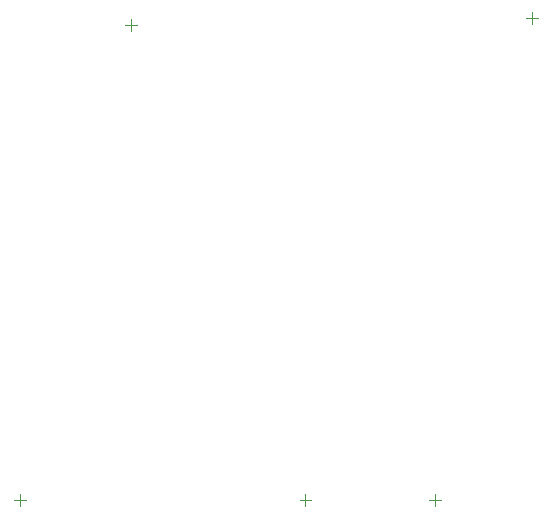
<source format=gbr>
%TF.GenerationSoftware,Altium Limited,Altium Designer,22.11.1 (43)*%
G04 Layer_Color=0*
%FSLAX45Y45*%
%MOMM*%
%TF.SameCoordinates,F2FF868D-8EDF-4B6E-A412-4C3DA5591A8F*%
%TF.FilePolarity,Positive*%
%TF.FileFunction,Other,Top_Component_Center*%
%TF.Part,Single*%
G01*
G75*
%TA.AperFunction,NonConductor*%
%ADD42C,0.10000*%
D42*
X4510000Y5670000D02*
Y5770000D01*
X4460000Y5720000D02*
X4560000D01*
X5990000Y1650000D02*
Y1750000D01*
X5940000Y1700000D02*
X6040000D01*
X3520000D02*
X3620000D01*
X3570000Y1650000D02*
Y1750000D01*
X7090000Y1650000D02*
Y1750000D01*
X7040000Y1700000D02*
X7140000D01*
X7908500Y5730000D02*
Y5830000D01*
X7858500Y5780000D02*
X7958500D01*
%TF.MD5,7f6b8a8fb48f5b5f37bbca9de9ae863d*%
M02*

</source>
